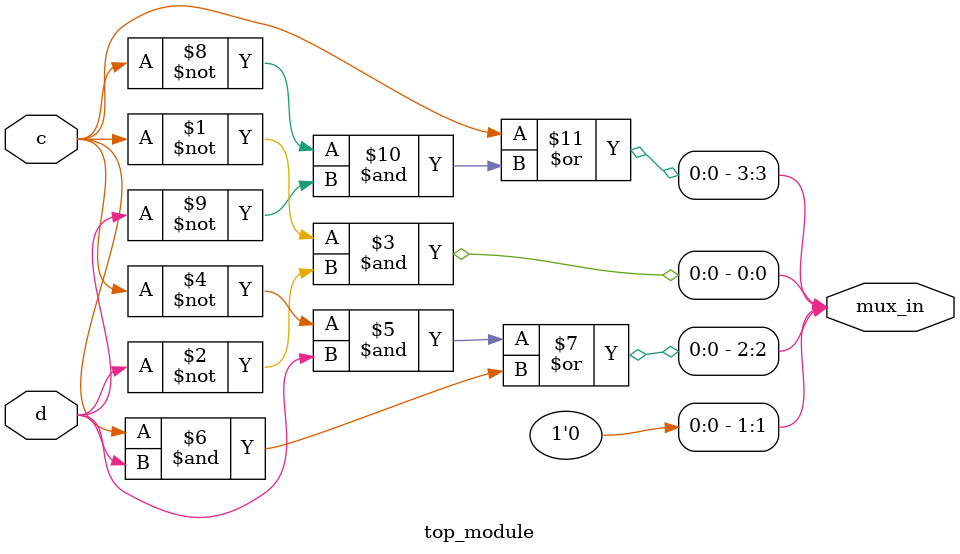
<source format=sv>
module top_module (
    input c,
    input d,
    output [3:0] mux_in
);
    // Assign the outputs according to the Karnaugh map
    assign mux_in[0] = ~c & ~d;             // ab = 00
    assign mux_in[1] = 0;                   // ab = 01
    assign mux_in[2] = (~c & d) | (c & d);  // ab = 11
    assign mux_in[3] = c | (~c & ~d);       // ab = 10

endmodule

</source>
